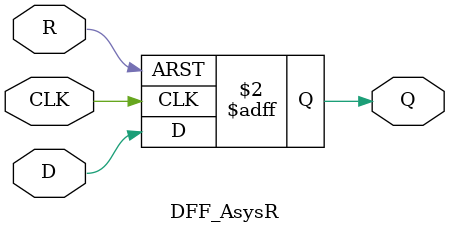
<source format=v>
`timescale 1ns / 1ps


module DFF_AsysR(
    input D,
    input CLK,
    input R,
    output reg Q
    );
    
    always @ (posedge CLK, posedge R) begin
        if(R) Q <= 1'b0;
        else Q <= D;
    end
    
endmodule

</source>
